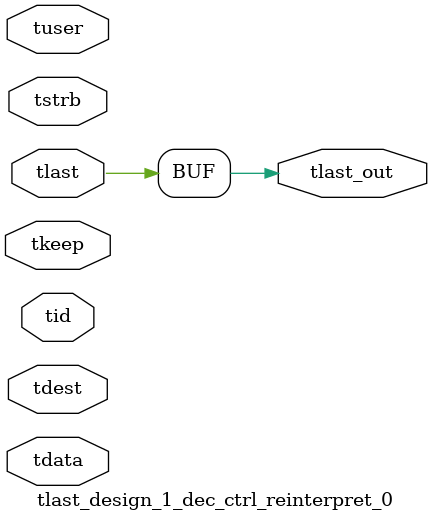
<source format=v>


`timescale 1ps/1ps

module tlast_design_1_dec_ctrl_reinterpret_0 #
(
parameter C_S_AXIS_TID_WIDTH   = 1,
parameter C_S_AXIS_TUSER_WIDTH = 0,
parameter C_S_AXIS_TDATA_WIDTH = 0,
parameter C_S_AXIS_TDEST_WIDTH = 0
)
(
input  [(C_S_AXIS_TID_WIDTH   == 0 ? 1 : C_S_AXIS_TID_WIDTH)-1:0       ] tid,
input  [(C_S_AXIS_TDATA_WIDTH == 0 ? 1 : C_S_AXIS_TDATA_WIDTH)-1:0     ] tdata,
input  [(C_S_AXIS_TUSER_WIDTH == 0 ? 1 : C_S_AXIS_TUSER_WIDTH)-1:0     ] tuser,
input  [(C_S_AXIS_TDEST_WIDTH == 0 ? 1 : C_S_AXIS_TDEST_WIDTH)-1:0     ] tdest,
input  [(C_S_AXIS_TDATA_WIDTH/8)-1:0 ] tkeep,
input  [(C_S_AXIS_TDATA_WIDTH/8)-1:0 ] tstrb,
input  [0:0]                                                             tlast,
output                                                                   tlast_out
);

assign tlast_out = {tlast};

endmodule


</source>
